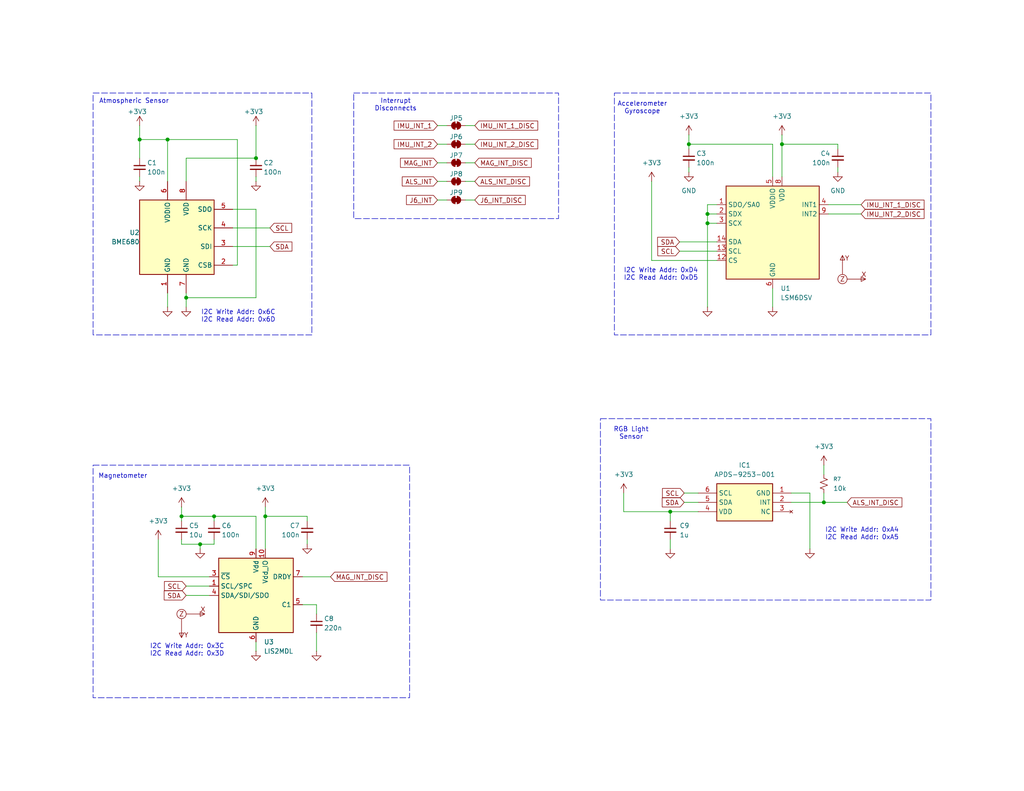
<source format=kicad_sch>
(kicad_sch (version 20250114) (generator "eeschema") (generator_version "9.0")
  (paper "USLetter")
  (title_block (title "Sensor Shield") (date "2026-01-01") (rev "--") (company "Glenn Andrews"))
  (lib_symbols
    (symbol "Device:C_Small" (pin_numbers (hide yes)) (pin_names (offset 0.254) (hide yes))
      (property "Reference" "C" (at 0.254 1.778 0))
      (property "Value" "C_Small" (at 0.254 -2.032 0))
      (symbol "C_Small_0_1"
        (polyline (pts (xy -1.524 0.508) (xy 1.524 0.508)) (stroke (width 0.3048)))
        (polyline (pts (xy -1.524 -0.508) (xy 1.524 -0.508)) (stroke (width 0.3302)))
      )
      (symbol "C_Small_1_1"
        (pin passive line (at 0 2.54 270) (length 2.032) (name "~") (number "1"))
        (pin passive line (at 0 -2.54 90) (length 2.032) (name "~") (number "2"))
      )
    )
    (symbol "Device:R_Small_US" (pin_numbers (hide yes)) (pin_names (offset 0.254) (hide yes))
      (property "Reference" "R" (at 0.762 0.508 0))
      (property "Value" "R_Small_US" (at 0.762 -1.016 0))
      (symbol "R_Small_US_1_1"
        (polyline (pts (xy 0 1.524) (xy 1.016 1.143) (xy 0 0.762) (xy -1.016 0.381) (xy 0 0)))
        (polyline (pts (xy 0 0) (xy 1.016 -0.381) (xy 0 -0.762) (xy -1.016 -1.143) (xy 0 -1.524)))
        (pin passive line (at 0 2.54 270) (length 1.016) (name "~") (number "1"))
        (pin passive line (at 0 -2.54 90) (length 1.016) (name "~") (number "2"))
      )
    )
    (symbol "GA_KiCad_Symbols:Accel_XYZ" (pin_numbers (hide yes)) (pin_names (offset 0) (hide yes)) (in_bom no)
      (symbol "Accel_XYZ_0_1"
        (polyline (pts (xy 0 1.397) (xy 0 6.477) (xy -0.635 5.207) (xy 0.635 5.207) (xy 0 6.477)))
        (circle (center 0 0) (radius 1.27))
        (polyline (pts (xy 1.27 0) (xy 6.35 0) (xy 5.08 0.635) (xy 5.08 -0.635) (xy 6.35 0)))
      )
      (symbol "Accel_XYZ_1_1"
        (text "Z" (at 0 0 0) (effects (font (size 1.27 1.27))))
        (text "Y" (at 1.27 5.715 0) (effects (font (size 1.27 1.27))))
        (text "X" (at 5.842 1.27 0) (effects (font (size 1.27 1.27))))
      )
    )
    (symbol "GA_KiCad_Symbols:Mag_XYZ" (pin_numbers (hide yes)) (pin_names (offset 0) (hide yes)) (in_bom no)
      (symbol "Mag_XYZ_0_1"
        (circle (center 0 0) (radius 1.27))
        (polyline (pts (xy 0 -1.397) (xy 0 -6.477) (xy -0.635 -5.207) (xy 0.635 -5.207) (xy 0 -6.477)))
        (polyline (pts (xy 1.27 0) (xy 6.35 0) (xy 5.08 0.635) (xy 5.08 -0.635) (xy 6.35 0)))
      )
      (symbol "Mag_XYZ_1_1"
        (text "Z" (at 0 0 0) (effects (font (size 1.27 1.27))))
        (text "Y" (at 1.27 -5.715 0) (effects (font (size 1.27 1.27))))
        (text "X" (at 5.842 1.27 0) (effects (font (size 1.27 1.27))))
      )
    )
    (symbol "PCM_SparkFun-Jumper:SolderJumper_2_Bridged" (pin_numbers (hide yes)) (pin_names (offset 0) (hide yes))
      (property "Reference" "JP" (at 0 2.032 0))
      (property "Value" "~" (at 0 -2.54 0))
      (symbol "SolderJumper_2_Bridged_0_1"
        (rectangle (start -0.508 0.508) (end 0.508 -0.508) (fill (type outline)))
        (polyline (pts (xy -0.254 1.016) (xy -0.254 -1.016)))
        (arc (start -0.254 -1.016) (mid -1.2656 0) (end -0.254 1.016))
        (arc (start -0.254 -1.016) (mid -1.2656 0) (end -0.254 1.016) (fill (type outline)))
        (arc (start 0.254 1.016) (mid 1.2656 0) (end 0.254 -1.016))
        (arc (start 0.254 1.016) (mid 1.2656 0) (end 0.254 -1.016) (fill (type outline)))
        (polyline (pts (xy 0.254 1.016) (xy 0.254 -1.016)))
      )
      (symbol "SolderJumper_2_Bridged_1_1"
        (pin passive line (at -2.54 0 0) (length 1.27) (name "A") (number "1"))
        (pin passive line (at 2.54 0 180) (length 1.27) (name "B") (number "2"))
      )
    )
    (symbol "SamacSys_Parts:APDS-9253-001"
      (property "Reference" "IC" (at 21.59 7.62 0))
      (property "Value" "APDS-9253-001" (at 21.59 5.08 0))
      (symbol "APDS-9253-001_1_1"
        (rectangle (start 5.08 2.54) (end 20.32 -7.62) (stroke (width 0.254)) (fill (type background)))
        (pin passive line (at 0 0 0) (length 5.08) (name "SCL") (number "6"))
        (pin passive line (at 0 -2.54 0) (length 5.08) (name "SDA") (number "5"))
        (pin passive line (at 0 -5.08 0) (length 5.08) (name "VDD") (number "4"))
        (pin passive line (at 25.4 0 180) (length 5.08) (name "GND") (number "1"))
        (pin passive line (at 25.4 -2.54 180) (length 5.08) (name "INT") (number "2"))
        (pin no_connect line (at 25.4 -5.08 180) (length 5.08) (name "NC") (number "3"))
      )
    )
    (symbol "Sensor:BME680"
      (property "Reference" "U" (at -8.89 11.43 0))
      (property "Value" "BME680" (at 7.62 11.43 0))
      (symbol "BME680_0_1"
        (rectangle (start -10.16 10.16) (end 10.16 -10.16) (stroke (width 0.254)) (fill (type background)))
      )
      (symbol "BME680_1_1"
        (pin power_in line (at -2.54 15.24 270) (length 5.08) (name "VDDIO") (number "6"))
        (pin power_in line (at -2.54 -15.24 90) (length 5.08) (name "GND") (number "1"))
        (pin power_in line (at 2.54 15.24 270) (length 5.08) (name "VDD") (number "8"))
        (pin power_in line (at 2.54 -15.24 90) (length 5.08) (name "GND") (number "7"))
        (pin bidirectional line (at 15.24 7.62 180) (length 5.08) (name "SDO") (number "5"))
        (pin input line (at 15.24 2.54 180) (length 5.08) (name "SCK") (number "4"))
        (pin bidirectional line (at 15.24 -2.54 180) (length 5.08) (name "SDI") (number "3"))
        (pin input line (at 15.24 -7.62 180) (length 5.08) (name "CSB") (number "2"))
      )
    )
    (symbol "Sensor_Magnetic:LIS2MDL"
      (property "Reference" "U" (at -8.89 11.43 0))
      (property "Value" "LIS2MDL" (at 7.62 11.43 0))
      (symbol "LIS2MDL_0_1"
        (rectangle (start -10.16 10.16) (end 10.16 -10.16) (stroke (width 0.254)) (fill (type background)))
      )
      (symbol "LIS2MDL_1_1"
        (pin input line (at -12.7 5.08 0) (length 2.54) (name "~{CS}") (number "3"))
        (pin input line (at -12.7 2.54 0) (length 2.54) (name "SCL/SPC") (number "1"))
        (pin bidirectional line (at -12.7 0 0) (length 2.54) (name "SDA/SDI/SDO") (number "4"))
        (pin no_connect line (at -10.16 -5.08 0) (length 2.54) (hide yes) (name "NC") (number "2"))
        (pin no_connect line (at -10.16 -7.62 0) (length 2.54) (hide yes) (name "NC") (number "11"))
        (pin power_in line (at 0 12.7 270) (length 2.54) (name "Vdd") (number "9"))
        (pin power_in line (at 0 -12.7 90) (length 2.54) (name "GND") (number "6"))
        (pin passive line (at 0 -12.7 90) (length 2.54) (hide yes) (name "GND") (number "8"))
        (pin power_in line (at 2.54 12.7 270) (length 2.54) (name "Vdd_IO") (number "10"))
        (pin no_connect line (at 10.16 -7.62 180) (length 2.54) (hide yes) (name "NC") (number "12"))
        (pin output line (at 12.7 5.08 180) (length 2.54) (name "DRDY") (number "7"))
        (pin power_out line (at 12.7 -2.54 180) (length 2.54) (name "C1") (number "5"))
      )
    )
    (symbol "Sensor_Motion:LSM6DSL"
      (property "Reference" "U" (at -11.43 15.24 0))
      (property "Value" "LSM6DSL" (at -11.43 12.7 0))
      (symbol "LSM6DSL_0_1"
        (rectangle (start -12.7 12.7) (end 12.7 -12.7) (stroke (width 0.254)) (fill (type background)))
      )
      (symbol "LSM6DSL_1_1"
        (pin bidirectional line (at -15.24 7.62 0) (length 2.54) (name "SDO/SA0") (number "1"))
        (pin bidirectional line (at -15.24 5.08 0) (length 2.54) (name "SDX") (number "2"))
        (pin input line (at -15.24 2.54 0) (length 2.54) (name "SCX") (number "3"))
        (pin bidirectional line (at -15.24 -2.54 0) (length 2.54) (name "SDA") (number "14"))
        (pin input line (at -15.24 -5.08 0) (length 2.54) (name "SCL") (number "13"))
        (pin input line (at -15.24 -7.62 0) (length 2.54) (name "CS") (number "12"))
        (pin power_in line (at 0 15.24 270) (length 2.54) (name "VDDIO") (number "5"))
        (pin power_in line (at 0 -15.24 90) (length 2.54) (name "GND") (number "6"))
        (pin passive line (at 0 -15.24 90) (length 2.54) (hide yes) (name "GND") (number "7"))
        (pin power_in line (at 2.54 15.24 270) (length 2.54) (name "VDD") (number "8"))
        (pin no_connect line (at 12.7 -2.54 180) (length 3.81) (hide yes) (name "NC") (number "11"))
        (pin no_connect line (at 12.7 -5.08 180) (length 3.81) (hide yes) (name "NC") (number "10"))
        (pin output line (at 15.24 7.62 180) (length 2.54) (name "INT1") (number "4"))
        (pin output line (at 15.24 5.08 180) (length 2.54) (name "INT2") (number "9"))
      )
    )
    (symbol "power:+3V3" (power) (pin_numbers (hide yes)) (pin_names (offset 0) (hide yes))
      (property "Value" "+3V3" (at 0 3.556 0))
      (symbol "+3V3_0_1"
        (polyline (pts (xy -0.762 1.27) (xy 0 2.54)))
        (polyline (pts (xy 0 2.54) (xy 0.762 1.27)))
        (polyline (pts (xy 0 0) (xy 0 2.54)))
      )
      (symbol "+3V3_1_1"
        (pin power_in line (at 0 0 90) (length 0) (name "~") (number "1"))
      )
    )
    (symbol "power:GND" (power) (pin_numbers (hide yes)) (pin_names (offset 0) (hide yes))
      (property "Value" "GND" (at 0 -3.81 0))
      (symbol "GND_0_1"
        (polyline (pts (xy 0 0) (xy 0 -1.27) (xy 1.27 -1.27) (xy 0 -2.54) (xy -1.27 -1.27) (xy 0 -1.27)))
      )
      (symbol "GND_1_1"
        (pin power_in line (at 0 0 270) (length 0) (name "~") (number "1"))
      )
    )
  )
  (rectangle (start 25.4 127) (end 111.76 190.5) (stroke (width 0) (type dash)))
  (rectangle (start 96.52 25.4) (end 152.4 59.69) (stroke (width 0) (type dash)))
  (rectangle (start 167.64 25.4) (end 254 91.44) (stroke (width 0) (type dash)))
  (rectangle (start 25.4 25.4) (end 85.09 91.44) (stroke (width 0) (type dash)))
  (rectangle (start 163.83 114.3) (end 254 163.83) (stroke (width 0) (type dash)))
  (text "I2C Write Addr: 0xA4\nI2C Read Addr: 0xA5" (at 235.204 145.796 0) (effects (font (size 1.27 1.27))))
  (text "Accelerometer\nGyroscope" (at 175.26 29.464 0) (effects (font (size 1.27 1.27))))
  (text "I2C Write Addr: 0x3C\nI2C Read Addr: 0x3D" (at 51.054 177.546 0) (effects (font (size 1.27 1.27))))
  (text "RGB Light\nSensor" (at 172.212 118.364 0) (effects (font (size 1.27 1.27))))
  (text "I2C Write Addr: 0x6C\nI2C Read Addr: 0x6D" (at 65.024 86.36 0) (effects (font (size 1.27 1.27))))
  (text "I2C Write Addr: 0xD4\nI2C Read Addr: 0xD5" (at 180.34 74.93 0) (effects (font (size 1.27 1.27))))
  (text "Magnetometer" (at 33.528 130.048 0) (effects (font (size 1.27 1.27))))
  (text "Atmospheric Sensor" (at 36.576 27.686 0) (effects (font (size 1.27 1.27))))
  (text "Interrupt\nDisconnects" (at 107.95 28.702 0) (effects (font (size 1.27 1.27))))
  (junction (at 193.04 58.42))
  (junction (at 58.42 140.97))
  (junction (at 49.53 140.97))
  (junction (at 38.1 38.1))
  (junction (at 72.39 140.97))
  (junction (at 193.04 60.96))
  (junction (at 69.85 43.18))
  (junction (at 54.61 148.59))
  (junction (at 213.36 39.37))
  (junction (at 50.8 81.28))
  (junction (at 224.79 137.16))
  (junction (at 187.96 39.37))
  (junction (at 45.72 38.1))
  (junction (at 182.88 139.7))
  (wire (pts (xy 38.1 34.29) (xy 38.1 38.1)))
  (wire (pts (xy 177.8 49.53) (xy 177.8 71.12)))
  (wire (pts (xy 50.8 81.28) (xy 50.8 83.82)))
  (wire (pts (xy 64.77 38.1) (xy 45.72 38.1)))
  (wire (pts (xy 228.6 39.37) (xy 213.36 39.37)))
  (wire (pts (xy 83.82 142.24) (xy 83.82 140.97)))
  (wire (pts (xy 170.18 134.62) (xy 170.18 139.7)))
  (wire (pts (xy 127 54.61) (xy 129.54 54.61)))
  (wire (pts (xy 45.72 38.1) (xy 45.72 49.53)))
  (wire (pts (xy 195.58 55.88) (xy 193.04 55.88)))
  (wire (pts (xy 69.85 81.28) (xy 50.8 81.28)))
  (wire (pts (xy 210.82 39.37) (xy 210.82 48.26)))
  (wire (pts (xy 63.5 62.23) (xy 73.66 62.23)))
  (wire (pts (xy 127 44.45) (xy 129.54 44.45)))
  (wire (pts (xy 64.77 72.39) (xy 64.77 38.1)))
  (wire (pts (xy 119.38 54.61) (xy 121.92 54.61)))
  (wire (pts (xy 86.36 165.1) (xy 86.36 167.64)))
  (wire (pts (xy 119.38 44.45) (xy 121.92 44.45)))
  (wire (pts (xy 49.53 138.43) (xy 49.53 140.97)))
  (wire (pts (xy 63.5 57.15) (xy 69.85 57.15)))
  (wire (pts (xy 193.04 60.96) (xy 195.58 60.96)))
  (wire (pts (xy 63.5 67.31) (xy 73.66 67.31)))
  (wire (pts (xy 220.98 149.86) (xy 220.98 134.62)))
  (wire (pts (xy 213.36 39.37) (xy 213.36 48.26)))
  (wire (pts (xy 63.5 72.39) (xy 64.77 72.39)))
  (wire (pts (xy 86.36 172.72) (xy 86.36 177.8)))
  (wire (pts (xy 69.85 34.29) (xy 69.85 43.18)))
  (wire (pts (xy 54.61 148.59) (xy 54.61 149.86)))
  (wire (pts (xy 193.04 58.42) (xy 195.58 58.42)))
  (wire (pts (xy 69.85 140.97) (xy 69.85 149.86)))
  (wire (pts (xy 83.82 147.32) (xy 83.82 148.59)))
  (wire (pts (xy 43.18 157.48) (xy 43.18 147.32)))
  (wire (pts (xy 170.18 139.7) (xy 182.88 139.7)))
  (wire (pts (xy 72.39 140.97) (xy 83.82 140.97)))
  (wire (pts (xy 119.38 39.37) (xy 121.92 39.37)))
  (wire (pts (xy 193.04 58.42) (xy 193.04 60.96)))
  (wire (pts (xy 186.69 137.16) (xy 190.5 137.16)))
  (wire (pts (xy 187.96 45.72) (xy 187.96 46.99)))
  (wire (pts (xy 57.15 157.48) (xy 43.18 157.48)))
  (wire (pts (xy 193.04 60.96) (xy 193.04 83.82)))
  (wire (pts (xy 195.58 66.04) (xy 185.42 66.04)))
  (wire (pts (xy 213.36 36.83) (xy 213.36 39.37)))
  (wire (pts (xy 82.55 157.48) (xy 90.17 157.48)))
  (wire (pts (xy 69.85 175.26) (xy 69.85 177.8)))
  (wire (pts (xy 127 34.29) (xy 129.54 34.29)))
  (wire (pts (xy 127 49.53) (xy 129.54 49.53)))
  (wire (pts (xy 58.42 140.97) (xy 58.42 142.24)))
  (wire (pts (xy 69.85 140.97) (xy 58.42 140.97)))
  (wire (pts (xy 49.53 140.97) (xy 58.42 140.97)))
  (wire (pts (xy 228.6 40.64) (xy 228.6 39.37)))
  (wire (pts (xy 228.6 45.72) (xy 228.6 46.99)))
  (wire (pts (xy 38.1 38.1) (xy 45.72 38.1)))
  (wire (pts (xy 119.38 34.29) (xy 121.92 34.29)))
  (wire (pts (xy 49.53 140.97) (xy 49.53 142.24)))
  (wire (pts (xy 49.53 147.32) (xy 49.53 148.59)))
  (wire (pts (xy 69.85 48.26) (xy 69.85 49.53)))
  (wire (pts (xy 72.39 140.97) (xy 72.39 149.86)))
  (wire (pts (xy 182.88 147.32) (xy 182.88 149.86)))
  (wire (pts (xy 58.42 148.59) (xy 58.42 147.32)))
  (wire (pts (xy 193.04 55.88) (xy 193.04 58.42)))
  (wire (pts (xy 224.79 137.16) (xy 215.9 137.16)))
  (wire (pts (xy 234.95 55.88) (xy 226.06 55.88)))
  (wire (pts (xy 50.8 160.02) (xy 57.15 160.02)))
  (wire (pts (xy 187.96 39.37) (xy 187.96 40.64)))
  (wire (pts (xy 187.96 36.83) (xy 187.96 39.37)))
  (wire (pts (xy 38.1 48.26) (xy 38.1 49.53)))
  (wire (pts (xy 69.85 57.15) (xy 69.85 81.28)))
  (wire (pts (xy 190.5 139.7) (xy 182.88 139.7)))
  (wire (pts (xy 72.39 140.97) (xy 72.39 138.43)))
  (wire (pts (xy 182.88 139.7) (xy 182.88 142.24)))
  (wire (pts (xy 82.55 165.1) (xy 86.36 165.1)))
  (wire (pts (xy 195.58 68.58) (xy 185.42 68.58)))
  (wire (pts (xy 38.1 43.18) (xy 38.1 38.1)))
  (wire (pts (xy 186.69 134.62) (xy 190.5 134.62)))
  (wire (pts (xy 54.61 148.59) (xy 58.42 148.59)))
  (wire (pts (xy 69.85 43.18) (xy 50.8 43.18)))
  (wire (pts (xy 224.79 137.16) (xy 231.14 137.16)))
  (wire (pts (xy 224.79 134.62) (xy 224.79 137.16)))
  (wire (pts (xy 50.8 80.01) (xy 50.8 81.28)))
  (wire (pts (xy 49.53 148.59) (xy 54.61 148.59)))
  (wire (pts (xy 210.82 78.74) (xy 210.82 83.82)))
  (wire (pts (xy 45.72 80.01) (xy 45.72 83.82)))
  (wire (pts (xy 210.82 39.37) (xy 187.96 39.37)))
  (wire (pts (xy 195.58 71.12) (xy 177.8 71.12)))
  (wire (pts (xy 119.38 49.53) (xy 121.92 49.53)))
  (wire (pts (xy 234.95 58.42) (xy 226.06 58.42)))
  (wire (pts (xy 224.79 127) (xy 224.79 129.54)))
  (wire (pts (xy 50.8 162.56) (xy 57.15 162.56)))
  (wire (pts (xy 127 39.37) (xy 129.54 39.37)))
  (wire (pts (xy 50.8 43.18) (xy 50.8 49.53)))
  (wire (pts (xy 220.98 134.62) (xy 215.9 134.62)))
  (global_label "SDA" (shape input) (at 73.66 67.31 0) (property "Intersheetrefs" "${INTERSHEET_REFS}" (effects (hide yes))))
  (global_label "ALS_INT_DISC" (shape input) (at 231.14 137.16 0) (property "Intersheetrefs" "${INTERSHEET_REFS}" (effects (hide yes))))
  (global_label "SCL" (shape input) (at 50.8 160.02 180) (property "Intersheetrefs" "${INTERSHEET_REFS}" (effects (hide yes))))
  (global_label "SCL" (shape input) (at 185.42 68.58 180) (property "Intersheetrefs" "${INTERSHEET_REFS}" (effects (hide yes))))
  (global_label "SCL" (shape input) (at 73.66 62.23 0) (property "Intersheetrefs" "${INTERSHEET_REFS}" (effects (hide yes))))
  (global_label "IMU_INT_2_DISC" (shape input) (at 129.54 39.37 0) (property "Intersheetrefs" "${INTERSHEET_REFS}" (effects (hide yes))))
  (global_label "J6_INT" (shape input) (at 119.38 54.61 180) (property "Intersheetrefs" "${INTERSHEET_REFS}" (effects (hide yes))))
  (global_label "IMU_INT_1_DISC" (shape input) (at 234.95 55.88 0) (property "Intersheetrefs" "${INTERSHEET_REFS}" (effects (hide yes))))
  (global_label "ALS_INT_DISC" (shape input) (at 129.54 49.53 0) (property "Intersheetrefs" "${INTERSHEET_REFS}" (effects (hide yes))))
  (global_label "IMU_INT_2" (shape input) (at 119.38 39.37 180) (property "Intersheetrefs" "${INTERSHEET_REFS}" (effects (hide yes))))
  (global_label "J6_INT_DISC" (shape input) (at 129.54 54.61 0) (property "Intersheetrefs" "${INTERSHEET_REFS}" (effects (hide yes))))
  (global_label "ALS_INT" (shape input) (at 119.38 49.53 180) (property "Intersheetrefs" "${INTERSHEET_REFS}" (effects (hide yes))))
  (global_label "SDA" (shape input) (at 185.42 66.04 180) (property "Intersheetrefs" "${INTERSHEET_REFS}" (effects (hide yes))))
  (global_label "IMU_INT_2_DISC" (shape input) (at 234.95 58.42 0) (property "Intersheetrefs" "${INTERSHEET_REFS}" (effects (hide yes))))
  (global_label "IMU_INT_1" (shape input) (at 119.38 34.29 180) (property "Intersheetrefs" "${INTERSHEET_REFS}" (effects (hide yes))))
  (global_label "SDA" (shape input) (at 50.8 162.56 180) (property "Intersheetrefs" "${INTERSHEET_REFS}" (effects (hide yes))))
  (global_label "MAG_INT" (shape input) (at 119.38 44.45 180) (property "Intersheetrefs" "${INTERSHEET_REFS}" (effects (hide yes))))
  (global_label "MAG_INT_DISC" (shape input) (at 90.17 157.48 0) (property "Intersheetrefs" "${INTERSHEET_REFS}" (effects (hide yes))))
  (global_label "SCL" (shape input) (at 186.69 134.62 180) (property "Intersheetrefs" "${INTERSHEET_REFS}" (effects (hide yes))))
  (global_label "MAG_INT_DISC" (shape input) (at 129.54 44.45 0) (property "Intersheetrefs" "${INTERSHEET_REFS}" (effects (hide yes))))
  (global_label "SDA" (shape input) (at 186.69 137.16 180) (property "Intersheetrefs" "${INTERSHEET_REFS}" (effects (hide yes))))
  (global_label "IMU_INT_1_DISC" (shape input) (at 129.54 34.29 0) (property "Intersheetrefs" "${INTERSHEET_REFS}" (effects (hide yes))))
  (symbol (lib_id "power:GND") (at 38.1 49.53 0) (unit 1)
    (property "Reference" "#PWR015" (effects (hide yes)))
    (property "Value" "GND" (effects (hide yes)))
    (property "Description" "Power symbol creates a global label with name \"GND\" , ground" (effects (hide yes)))
  )
  (symbol (lib_id "power:GND") (at 210.82 83.82 0) (unit 1)
    (property "Reference" "#PWR023" (effects (hide yes)))
    (property "Value" "GND" (effects (hide yes)))
    (property "Description" "Power symbol creates a global label with name \"GND\" , ground" (effects (hide yes)))
  )
  (symbol (lib_id "power:GND") (at 69.85 177.8 0) (unit 1)
    (property "Reference" "#PWR033" (effects (hide yes)))
    (property "Value" "GND" (effects (hide yes)))
    (property "Description" "Power symbol creates a global label with name \"GND\" , ground" (effects (hide yes)))
  )
  (symbol (lib_id "power:+3V3") (at 49.53 138.43 0) (unit 1)
    (property "Reference" "#PWR024" (effects (hide yes)))
    (property "Value" "+3V3" (at 49.53 133.35 0))
    (property "Description" "Power symbol creates a global label with name \"+3V3\"" (effects (hide yes)))
  )
  (symbol (lib_id "PCM_SparkFun-Jumper:SolderJumper_2_Bridged") (at 124.46 54.61 0) (mirror y) (unit 1)
    (property "Reference" "JP9" (at 124.46 52.578 0))
    (property "Footprint" "PCM_SparkFun-Jumper:Jumper_2_NC_Trace" (effects (hide yes)))
    (property "Description" "Solder Jumper, 2-pole, closed/bridged" (effects (hide yes)))
  )
  (symbol (lib_id "power:GND") (at 228.6 46.99 0) (mirror y) (unit 1)
    (property "Reference" "#PWR013" (effects (hide yes)))
    (property "Value" "GND" (at 228.6 52.07 0))
    (property "Description" "Power symbol creates a global label with name \"GND\" , ground" (effects (hide yes)))
  )
  (symbol (lib_id "power:GND") (at 45.72 83.82 0) (unit 1)
    (property "Reference" "#PWR019" (effects (hide yes)))
    (property "Value" "GND" (effects (hide yes)))
    (property "Description" "Power symbol creates a global label with name \"GND\" , ground" (effects (hide yes)))
  )
  (symbol (lib_id "Device:C_Small") (at 228.6 43.18 0) (mirror y) (unit 1)
    (property "Reference" "C4" (at 226.568 41.91 0) (effects (justify left)))
    (property "Value" "100n" (at 226.568 44.45 0) (effects (justify left)))
    (property "Footprint" "Capacitor_SMD:C_0402_1005Metric" (effects (hide yes)))
    (property "Description" "Unpolarized capacitor, small symbol" (effects (hide yes)))
    (property "Digi-Key PN" "1276-1043-1-ND" (effects (hide yes)))
    (property "PROD_ID" "CAP-00000" (effects (hide yes)))
    (property "Voltage" "1kV" (effects (hide yes)))
    (property "Tolerance" "100%" (effects (hide yes)))
    (property "MPN" "CL05A104KA5NNNC" (effects (hide yes)))
  )
  (symbol (lib_id "Device:C_Small") (at 182.88 144.78 0) (unit 1)
    (property "Reference" "C9" (at 185.42 143.5162 0) (effects (justify left)))
    (property "Value" "1u" (at 185.42 146.0562 0) (effects (justify left)))
    (property "Footprint" "Capacitor_SMD:C_0603_1608Metric" (effects (hide yes)))
    (property "Description" "Unpolarized capacitor, small symbol" (effects (hide yes)))
    (property "Digi-Key PN" "399-C0603C105K4RACTUCT-ND" (effects (hide yes)))
    (property "MPN" "C0603C105K4RACTU" (effects (hide yes)))
  )
  (symbol (lib_id "Sensor_Magnetic:LIS2MDL") (at 69.85 162.56 0) (unit 1)
    (property "Reference" "U3" (at 71.9933 175.26 0) (effects (justify left)))
    (property "Value" "LIS2MDL" (at 71.9933 177.8 0) (effects (justify left)))
    (property "Footprint" "Package_LGA:LGA-12_2x2mm_P0.5mm" (effects (hide yes)))
    (property "Datasheet" "https://www.st.com/resource/en/datasheet/lis2mdl.pdf" (effects (hide yes)))
    (property "Description" "Ultra-low-power, 3-axis digital output magnetometer, LGA-12" (effects (hide yes)))
    (property "Digi-Key PN" "497-17588-1-ND" (effects (hide yes)))
    (property "MPN" "LIS2MDLTR" (effects (hide yes)))
  )
  (symbol (lib_id "Device:C_Small") (at 69.85 45.72 0) (unit 1)
    (property "Reference" "C2" (at 71.882 44.45 0) (effects (justify left)))
    (property "Value" "100n" (at 71.882 46.99 0) (effects (justify left)))
    (property "Footprint" "Capacitor_SMD:C_0402_1005Metric" (effects (hide yes)))
    (property "Description" "Unpolarized capacitor, small symbol" (effects (hide yes)))
    (property "Digi-Key PN" "1276-1043-1-ND" (effects (hide yes)))
    (property "PROD_ID" "CAP-00000" (effects (hide yes)))
    (property "Voltage" "1kV" (effects (hide yes)))
    (property "Tolerance" "100%" (effects (hide yes)))
    (property "MPN" "CL05A104KA5NNNC" (effects (hide yes)))
  )
  (symbol (lib_id "power:GND") (at 86.36 177.8 0) (unit 1)
    (property "Reference" "#PWR034" (effects (hide yes)))
    (property "Value" "GND" (effects (hide yes)))
    (property "Description" "Power symbol creates a global label with name \"GND\" , ground" (effects (hide yes)))
  )
  (symbol (lib_id "power:GND") (at 54.61 149.86 0) (unit 1)
    (property "Reference" "#PWR030" (effects (hide yes)))
    (property "Value" "GND" (effects (hide yes)))
    (property "Description" "Power symbol creates a global label with name \"GND\" , ground" (effects (hide yes)))
  )
  (symbol (lib_id "power:+3V3") (at 72.39 138.43 0) (mirror y) (unit 1)
    (property "Reference" "#PWR025" (effects (hide yes)))
    (property "Value" "+3V3" (at 72.39 133.35 0))
    (property "Description" "Power symbol creates a global label with name \"+3V3\"" (effects (hide yes)))
  )
  (symbol (lib_id "power:GND") (at 83.82 148.59 0) (mirror y) (unit 1)
    (property "Reference" "#PWR029" (effects (hide yes)))
    (property "Value" "GND" (effects (hide yes)))
    (property "Description" "Power symbol creates a global label with name \"GND\" , ground" (effects (hide yes)))
  )
  (symbol (lib_id "power:+3V3") (at 43.18 147.32 0) (unit 1)
    (property "Reference" "#PWR027" (effects (hide yes)))
    (property "Value" "+3V3" (at 43.18 142.24 0))
    (property "Description" "Power symbol creates a global label with name \"+3V3\"" (effects (hide yes)))
  )
  (symbol (lib_id "Device:C_Small") (at 38.1 45.72 0) (unit 1)
    (property "Reference" "C1" (at 40.132 44.45 0) (effects (justify left)))
    (property "Value" "100n" (at 40.132 46.99 0) (effects (justify left)))
    (property "Footprint" "Capacitor_SMD:C_0402_1005Metric" (effects (hide yes)))
    (property "Description" "Unpolarized capacitor, small symbol" (effects (hide yes)))
    (property "Digi-Key PN" "1276-1043-1-ND" (effects (hide yes)))
    (property "PROD_ID" "CAP-00000" (effects (hide yes)))
    (property "Voltage" "1kV" (effects (hide yes)))
    (property "Tolerance" "100%" (effects (hide yes)))
    (property "MPN" "CL05A104KA5NNNC" (effects (hide yes)))
  )
  (symbol (lib_id "power:+3V3") (at 170.18 134.62 0) (unit 1)
    (property "Reference" "#PWR028" (effects (hide yes)))
    (property "Value" "+3V3" (at 170.18 129.54 0))
    (property "Description" "Power symbol creates a global label with name \"+3V3\"" (effects (hide yes)))
  )
  (symbol (lib_id "Device:C_Small") (at 86.36 170.18 0) (unit 1)
    (property "Reference" "C8" (at 88.392 168.91 0) (effects (justify left)))
    (property "Value" "220n" (at 88.392 171.45 0) (effects (justify left)))
    (property "Footprint" "Capacitor_SMD:C_0402_1005Metric" (effects (hide yes)))
    (property "Description" "Unpolarized capacitor, small symbol" (effects (hide yes)))
    (property "Digi-Key PN" "1276-1176-1-ND" (effects (hide yes)))
    (property "PROD_ID" "CAP-00000" (effects (hide yes)))
    (property "Voltage" "1kV" (effects (hide yes)))
    (property "Tolerance" "100%" (effects (hide yes)))
    (property "MPN" "CL05B224KO5NNNC" (effects (hide yes)))
  )
  (symbol (lib_id "Device:C_Small") (at 83.82 144.78 0) (mirror y) (unit 1)
    (property "Reference" "C7" (at 81.788 143.51 0) (effects (justify left)))
    (property "Value" "100n" (at 81.788 146.05 0) (effects (justify left)))
    (property "Footprint" "Capacitor_SMD:C_0402_1005Metric" (effects (hide yes)))
    (property "Description" "Unpolarized capacitor, small symbol" (effects (hide yes)))
    (property "Digi-Key PN" "1276-1043-1-ND" (effects (hide yes)))
    (property "PROD_ID" "CAP-00000" (effects (hide yes)))
    (property "Voltage" "1kV" (effects (hide yes)))
    (property "Tolerance" "100%" (effects (hide yes)))
    (property "MPN" "CL05A104KA5NNNC" (effects (hide yes)))
  )
  (symbol (lib_id "GA_KiCad_Symbols:Accel_XYZ") (at 229.87 76.2 0) (unit 1) (in_bom no)
    (property "Reference" "U4" (effects (hide yes)))
    (property "Footprint" "GA_KiCad_Footprints:XYZ_Axes" (effects (hide yes)))
  )
  (symbol (lib_id "Device:C_Small") (at 58.42 144.78 0) (unit 1)
    (property "Reference" "C6" (at 60.452 143.51 0) (effects (justify left)))
    (property "Value" "100n" (at 60.452 146.05 0) (effects (justify left)))
    (property "Footprint" "Capacitor_SMD:C_0402_1005Metric" (effects (hide yes)))
    (property "Description" "Unpolarized capacitor, small symbol" (effects (hide yes)))
    (property "Digi-Key PN" "1276-1043-1-ND" (effects (hide yes)))
    (property "PROD_ID" "CAP-00000" (effects (hide yes)))
    (property "Voltage" "1kV" (effects (hide yes)))
    (property "Tolerance" "100%" (effects (hide yes)))
    (property "MPN" "CL05A104KA5NNNC" (effects (hide yes)))
  )
  (symbol (lib_id "power:+3V3") (at 213.36 36.83 0) (mirror y) (unit 1)
    (property "Reference" "#PWR010" (effects (hide yes)))
    (property "Value" "+3V3" (at 213.36 31.75 0))
    (property "Description" "Power symbol creates a global label with name \"+3V3\"" (effects (hide yes)))
  )
  (symbol (lib_id "GA_KiCad_Symbols:Mag_XYZ") (at 49.53 167.64 0) (unit 1) (in_bom no)
    (property "Reference" "U5" (effects (hide yes)))
    (property "Footprint" "GA_KiCad_Footprints:Mag_XYZ_Axes" (effects (hide yes)))
  )
  (symbol (lib_id "power:GND") (at 220.98 149.86 0) (unit 1)
    (property "Reference" "#PWR032" (effects (hide yes)))
    (property "Value" "GND" (effects (hide yes)))
    (property "Description" "Power symbol creates a global label with name \"GND\" , ground" (effects (hide yes)))
  )
  (symbol (lib_id "power:GND") (at 69.85 49.53 0) (unit 1)
    (property "Reference" "#PWR016" (effects (hide yes)))
    (property "Value" "GND" (effects (hide yes)))
    (property "Description" "Power symbol creates a global label with name \"GND\" , ground" (effects (hide yes)))
  )
  (symbol (lib_id "PCM_SparkFun-Jumper:SolderJumper_2_Bridged") (at 124.46 34.29 0) (mirror y) (unit 1)
    (property "Reference" "JP5" (at 124.46 32.258 0))
    (property "Footprint" "PCM_SparkFun-Jumper:Jumper_2_NC_Trace" (effects (hide yes)))
    (property "Description" "Solder Jumper, 2-pole, closed/bridged" (effects (hide yes)))
  )
  (symbol (lib_id "power:GND") (at 187.96 46.99 0) (unit 1)
    (property "Reference" "#PWR011" (effects (hide yes)))
    (property "Value" "GND" (at 187.96 52.07 0))
    (property "Description" "Power symbol creates a global label with name \"GND\" , ground" (effects (hide yes)))
  )
  (symbol (lib_id "power:+3V3") (at 177.8 49.53 0) (unit 1)
    (property "Reference" "#PWR018" (effects (hide yes)))
    (property "Value" "+3V3" (at 177.8 44.45 0))
    (property "Description" "Power symbol creates a global label with name \"+3V3\"" (effects (hide yes)))
  )
  (symbol (lib_id "PCM_SparkFun-Jumper:SolderJumper_2_Bridged") (at 124.46 39.37 0) (mirror y) (unit 1)
    (property "Reference" "JP6" (at 124.46 37.338 0))
    (property "Footprint" "PCM_SparkFun-Jumper:Jumper_2_NC_Trace" (effects (hide yes)))
    (property "Description" "Solder Jumper, 2-pole, closed/bridged" (effects (hide yes)))
  )
  (symbol (lib_id "Device:R_Small_US") (at 224.79 132.08 180) (unit 1)
    (property "Reference" "R7" (at 227.33 130.8099 0) (effects (font (size 1.016 1.016)) (justify right)))
    (property "Value" "10k" (at 227.33 133.3499 0) (effects (justify right)))
    (property "Footprint" "Resistor_SMD:R_0402_1005Metric" (effects (hide yes)))
    (property "Description" "Resistor, small US symbol" (effects (hide yes)))
    (property "Digi-Key PN" "311-10.0KLRCT-ND" (effects (hide yes)))
    (property "MPN" "RC0402FR-0710KL" (effects (hide yes)))
  )
  (symbol (lib_id "Device:C_Small") (at 187.96 43.18 0) (unit 1)
    (property "Reference" "C3" (at 189.992 41.91 0) (effects (justify left)))
    (property "Value" "100n" (at 189.992 44.45 0) (effects (justify left)))
    (property "Footprint" "Capacitor_SMD:C_0402_1005Metric" (effects (hide yes)))
    (property "Description" "Unpolarized capacitor, small symbol" (effects (hide yes)))
    (property "Digi-Key PN" "1276-1043-1-ND" (effects (hide yes)))
    (property "PROD_ID" "CAP-00000" (effects (hide yes)))
    (property "Voltage" "1kV" (effects (hide yes)))
    (property "Tolerance" "100%" (effects (hide yes)))
    (property "MPN" "CL05A104KA5NNNC" (effects (hide yes)))
  )
  (symbol (lib_id "power:+3V3") (at 38.1 34.29 0) (unit 1)
    (property "Reference" "#PWR02" (effects (hide yes)))
    (property "Value" "+3V3" (at 34.798 30.48 0) (effects (justify left)))
    (property "Description" "Power symbol creates a global label with name \"+3V3\"" (effects (hide yes)))
  )
  (symbol (lib_id "power:GND") (at 193.04 83.82 0) (unit 1)
    (property "Reference" "#PWR022" (effects (hide yes)))
    (property "Value" "GND" (effects (hide yes)))
    (property "Description" "Power symbol creates a global label with name \"GND\" , ground" (effects (hide yes)))
  )
  (symbol (lib_id "PCM_SparkFun-Jumper:SolderJumper_2_Bridged") (at 124.46 49.53 0) (mirror y) (unit 1)
    (property "Reference" "JP8" (at 124.46 47.498 0))
    (property "Footprint" "PCM_SparkFun-Jumper:Jumper_2_NC_Trace" (effects (hide yes)))
    (property "Description" "Solder Jumper, 2-pole, closed/bridged" (effects (hide yes)))
  )
  (symbol (lib_id "power:+3V3") (at 187.96 36.83 0) (unit 1)
    (property "Reference" "#PWR08" (effects (hide yes)))
    (property "Value" "+3V3" (at 187.96 31.75 0))
    (property "Description" "Power symbol creates a global label with name \"+3V3\"" (effects (hide yes)))
  )
  (symbol (lib_id "power:GND") (at 50.8 83.82 0) (unit 1)
    (property "Reference" "#PWR021" (effects (hide yes)))
    (property "Value" "GND" (effects (hide yes)))
    (property "Description" "Power symbol creates a global label with name \"GND\" , ground" (effects (hide yes)))
  )
  (symbol (lib_id "power:GND") (at 182.88 149.86 0) (unit 1)
    (property "Reference" "#PWR031" (effects (hide yes)))
    (property "Value" "GND" (effects (hide yes)))
    (property "Description" "Power symbol creates a global label with name \"GND\" , ground" (effects (hide yes)))
  )
  (symbol (lib_id "PCM_SparkFun-Jumper:SolderJumper_2_Bridged") (at 124.46 44.45 0) (mirror y) (unit 1)
    (property "Reference" "JP7" (at 124.46 42.418 0))
    (property "Footprint" "PCM_SparkFun-Jumper:Jumper_2_NC_Trace" (effects (hide yes)))
    (property "Description" "Solder Jumper, 2-pole, closed/bridged" (effects (hide yes)))
  )
  (symbol (lib_id "power:+3V3") (at 69.85 34.29 0) (unit 1)
    (property "Reference" "#PWR07" (effects (hide yes)))
    (property "Value" "+3V3" (at 66.548 30.48 0) (effects (justify left)))
    (property "Description" "Power symbol creates a global label with name \"+3V3\"" (effects (hide yes)))
  )
  (symbol (lib_id "power:+3V3") (at 224.79 127 0) (unit 1)
    (property "Reference" "#PWR026" (effects (hide yes)))
    (property "Value" "+3V3" (at 224.79 121.92 0))
    (property "Description" "Power symbol creates a global label with name \"+3V3\"" (effects (hide yes)))
  )
  (symbol (lib_id "Sensor:BME680") (at 48.26 64.77 0) (unit 1)
    (property "Reference" "U2" (at 38.1 63.4999 0) (effects (justify right)))
    (property "Value" "BME680" (at 38.1 66.0399 0) (effects (justify right)))
    (property "Footprint" "GA_KiCad_Footprints:BME680" (effects (hide yes)))
    (property "Datasheet" "https://ae-bst.resource.bosch.com/media/_tech/media/datasheets/BST-BME680-DS001.pdf" (effects (hide yes)))
    (property "Description" "4-in-1 sensor, gas, humidity, pressure, temperature, I2C and SPI interface, 1.71-3.6V, LGA-8" (effects (hide yes)))
  )
  (symbol (lib_id "SamacSys_Parts:APDS-9253-001") (at 190.5 134.62 0) (unit 1)
    (property "Reference" "IC1" (at 203.2 127 0))
    (property "Value" "APDS-9253-001" (at 203.2 129.54 0))
    (property "Footprint" "GA_KiCad_Footprints:APDS9253001" (effects (hide yes)))
    (property "Datasheet" "https://docs.broadcom.com/docs/APDS-9253-001-DS" (effects (hide yes)))
    (property "Description" "APDS-9253-001 Broadcom, Ambient Light Sensor, Ambient Light 470 (Blue) nm, 550 (Green) nm, 610 (Red) nm I2C 6-Pin ODFN" (effects (hide yes)))
    (property "Height" "0.7" (effects (hide yes)))
    (property "Mouser Part Number" "630-APDS-9253-001" (effects (hide yes)))
    (property "Mouser Price/Stock" "https://www.mouser.co.uk/ProductDetail/Broadcom-Avago/APDS-9253-001?qs=T3oQrply3y9os9rwnJ1p%252Bg%3D%3D" (effects (hide yes)))
    (property "Manufacturer_Name" "Avago Technologies" (effects (hide yes)))
    (property "Manufacturer_Part_Number" "APDS-9253-001" (effects (hide yes)))
    (property "Digi-Key PN" "516-APDS-9253-001CT-ND" (effects (hide yes)))
    (property "MPN" "APDS-9253-001" (effects (hide yes)))
  )
  (symbol (lib_id "Device:C_Small") (at 49.53 144.78 0) (unit 1)
    (property "Reference" "C5" (at 51.562 143.51 0) (effects (justify left)))
    (property "Value" "10u" (at 51.562 146.05 0) (effects (justify left)))
    (property "Footprint" "Capacitor_SMD:C_0805_2012Metric" (effects (hide yes)))
    (property "Description" "Unpolarized capacitor, small symbol" (effects (hide yes)))
    (property "Digi-Key PN" "399-C0805C106K8PAC7210CT-ND" (effects (hide yes)))
    (property "PROD_ID" "CAP-00000" (effects (hide yes)))
    (property "Voltage" "1kV" (effects (hide yes)))
    (property "Tolerance" "100%" (effects (hide yes)))
    (property "MPN" "C0805C106K8PAC7210" (effects (hide yes)))
  )
  (symbol (lib_id "Sensor_Motion:LSM6DSL") (at 210.82 63.5 0) (unit 1)
    (property "Reference" "U1" (at 212.9633 78.74 0) (effects (justify left)))
    (property "Value" "LSM6DSV" (at 212.9633 81.28 0) (effects (justify left)))
    (property "Footprint" "Package_LGA:LGA-14_3x2.5mm_P0.5mm_LayoutBorder3x4y" (effects (hide yes)))
    (property "Datasheet" "https://www.st.com/resource/en/datasheet/lsm6dsl.pdf" (effects (hide yes)))
    (property "Description" "I2C/SPI, iNEMO inertial module: always-on 3D accelerometer and 3D gyroscope, 1.71V to 3.6V VCC" (effects (hide yes)))
    (property "Digi-Key PN" "497-LSM6DSVTRCT-ND" (effects (hide yes)))
    (property "MPN" "LSM6DSVTR" (effects (hide yes)))
  )
)
</source>
